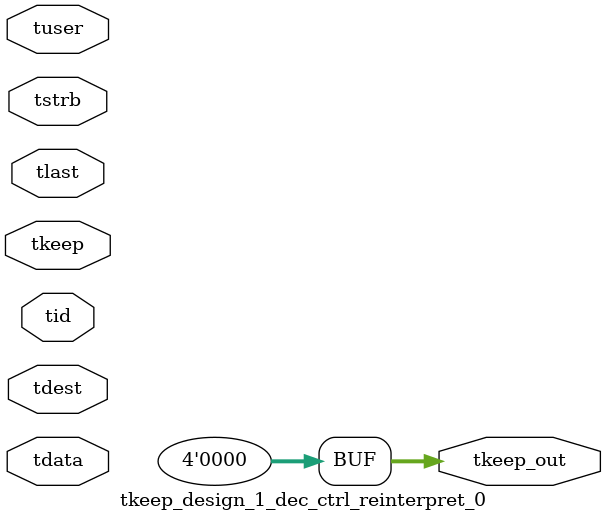
<source format=v>


`timescale 1ps/1ps

module tkeep_design_1_dec_ctrl_reinterpret_0 #
(
parameter C_S_AXIS_TDATA_WIDTH = 32,
parameter C_S_AXIS_TUSER_WIDTH = 0,
parameter C_S_AXIS_TID_WIDTH   = 0,
parameter C_S_AXIS_TDEST_WIDTH = 0,
parameter C_M_AXIS_TDATA_WIDTH = 32
)
(
input  [(C_S_AXIS_TDATA_WIDTH == 0 ? 1 : C_S_AXIS_TDATA_WIDTH)-1:0     ] tdata,
input  [(C_S_AXIS_TUSER_WIDTH == 0 ? 1 : C_S_AXIS_TUSER_WIDTH)-1:0     ] tuser,
input  [(C_S_AXIS_TID_WIDTH   == 0 ? 1 : C_S_AXIS_TID_WIDTH)-1:0       ] tid,
input  [(C_S_AXIS_TDEST_WIDTH == 0 ? 1 : C_S_AXIS_TDEST_WIDTH)-1:0     ] tdest,
input  [(C_S_AXIS_TDATA_WIDTH/8)-1:0 ] tkeep,
input  [(C_S_AXIS_TDATA_WIDTH/8)-1:0 ] tstrb,
input                                                                    tlast,
output [(C_M_AXIS_TDATA_WIDTH/8)-1:0 ] tkeep_out
);

assign tkeep_out = {1'b0};

endmodule


</source>
